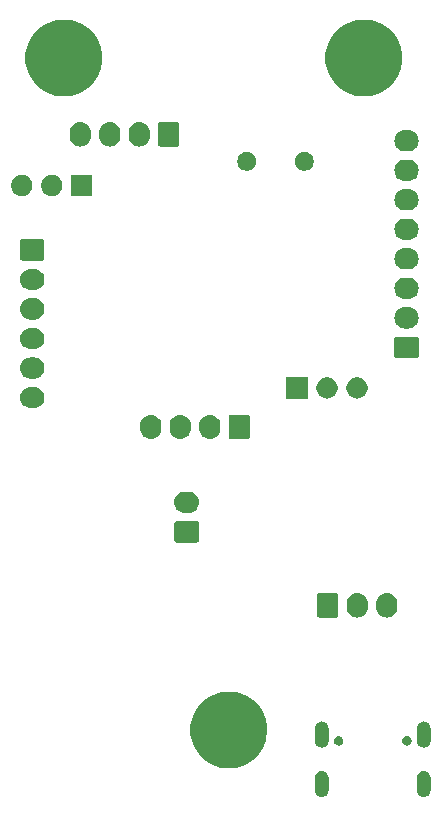
<source format=gbr>
G04 #@! TF.GenerationSoftware,KiCad,Pcbnew,(5.1.6)-1*
G04 #@! TF.CreationDate,2021-04-29T20:29:47-05:00*
G04 #@! TF.ProjectId,EncoderBoard3(1),456e636f-6465-4724-926f-617264332831,v1.0*
G04 #@! TF.SameCoordinates,Original*
G04 #@! TF.FileFunction,Soldermask,Bot*
G04 #@! TF.FilePolarity,Negative*
%FSLAX46Y46*%
G04 Gerber Fmt 4.6, Leading zero omitted, Abs format (unit mm)*
G04 Created by KiCad (PCBNEW (5.1.6)-1) date 2021-04-29 20:29:47*
%MOMM*%
%LPD*%
G01*
G04 APERTURE LIST*
%ADD10C,0.100000*%
G04 APERTURE END LIST*
D10*
G36*
X132063915Y-146405134D02*
G01*
X132172491Y-146438071D01*
X132172494Y-146438072D01*
X132208600Y-146457371D01*
X132272556Y-146491556D01*
X132360264Y-146563536D01*
X132432244Y-146651243D01*
X132466429Y-146715199D01*
X132485728Y-146751305D01*
X132485728Y-146751306D01*
X132485729Y-146751308D01*
X132518666Y-146859884D01*
X132527000Y-146944502D01*
X132527000Y-148051098D01*
X132518666Y-148135716D01*
X132485729Y-148244292D01*
X132485728Y-148244295D01*
X132466429Y-148280401D01*
X132432244Y-148344357D01*
X132360264Y-148432064D01*
X132272557Y-148504044D01*
X132208601Y-148538229D01*
X132172495Y-148557528D01*
X132172492Y-148557529D01*
X132063916Y-148590466D01*
X131951000Y-148601587D01*
X131838085Y-148590466D01*
X131729509Y-148557529D01*
X131729506Y-148557528D01*
X131693400Y-148538229D01*
X131629444Y-148504044D01*
X131541737Y-148432064D01*
X131469757Y-148344357D01*
X131435572Y-148280401D01*
X131416273Y-148244295D01*
X131416272Y-148244292D01*
X131383335Y-148135716D01*
X131375001Y-148051098D01*
X131375000Y-146944503D01*
X131383334Y-146859885D01*
X131416271Y-146751309D01*
X131416272Y-146751306D01*
X131435571Y-146715200D01*
X131469756Y-146651244D01*
X131541736Y-146563536D01*
X131629443Y-146491556D01*
X131693399Y-146457371D01*
X131729505Y-146438072D01*
X131729508Y-146438071D01*
X131838084Y-146405134D01*
X131951000Y-146394013D01*
X132063915Y-146405134D01*
G37*
G36*
X140703915Y-146405134D02*
G01*
X140812491Y-146438071D01*
X140812494Y-146438072D01*
X140848600Y-146457371D01*
X140912556Y-146491556D01*
X141000264Y-146563536D01*
X141072244Y-146651243D01*
X141106429Y-146715199D01*
X141125728Y-146751305D01*
X141125728Y-146751306D01*
X141125729Y-146751308D01*
X141158666Y-146859884D01*
X141167000Y-146944502D01*
X141167000Y-148051098D01*
X141158666Y-148135716D01*
X141125729Y-148244292D01*
X141125728Y-148244295D01*
X141106429Y-148280401D01*
X141072244Y-148344357D01*
X141000264Y-148432064D01*
X140912557Y-148504044D01*
X140848601Y-148538229D01*
X140812495Y-148557528D01*
X140812492Y-148557529D01*
X140703916Y-148590466D01*
X140591000Y-148601587D01*
X140478085Y-148590466D01*
X140369509Y-148557529D01*
X140369506Y-148557528D01*
X140333400Y-148538229D01*
X140269444Y-148504044D01*
X140181737Y-148432064D01*
X140109757Y-148344357D01*
X140075572Y-148280401D01*
X140056273Y-148244295D01*
X140056272Y-148244292D01*
X140023335Y-148135716D01*
X140015001Y-148051098D01*
X140015000Y-146944503D01*
X140023334Y-146859885D01*
X140056271Y-146751309D01*
X140056272Y-146751306D01*
X140075571Y-146715200D01*
X140109756Y-146651244D01*
X140181736Y-146563536D01*
X140269443Y-146491556D01*
X140333399Y-146457371D01*
X140369505Y-146438072D01*
X140369508Y-146438071D01*
X140478084Y-146405134D01*
X140591000Y-146394013D01*
X140703915Y-146405134D01*
G37*
G36*
X124713239Y-139737267D02*
G01*
X125027282Y-139799734D01*
X125618926Y-140044801D01*
X126151392Y-140400584D01*
X126604216Y-140853408D01*
X126959999Y-141385874D01*
X127205066Y-141977518D01*
X127205066Y-141977519D01*
X127330000Y-142605603D01*
X127330000Y-143245997D01*
X127272250Y-143536323D01*
X127205066Y-143874082D01*
X126959999Y-144465726D01*
X126604216Y-144998192D01*
X126151392Y-145451016D01*
X125618926Y-145806799D01*
X125027282Y-146051866D01*
X124713239Y-146114333D01*
X124399197Y-146176800D01*
X123758803Y-146176800D01*
X123444761Y-146114333D01*
X123130718Y-146051866D01*
X122539074Y-145806799D01*
X122006608Y-145451016D01*
X121553784Y-144998192D01*
X121198001Y-144465726D01*
X120952934Y-143874082D01*
X120885750Y-143536323D01*
X120828000Y-143245997D01*
X120828000Y-142605603D01*
X120952934Y-141977519D01*
X120952934Y-141977518D01*
X121198001Y-141385874D01*
X121553784Y-140853408D01*
X122006608Y-140400584D01*
X122539074Y-140044801D01*
X123130718Y-139799734D01*
X123444761Y-139737267D01*
X123758803Y-139674800D01*
X124399197Y-139674800D01*
X124713239Y-139737267D01*
G37*
G36*
X140703915Y-142225134D02*
G01*
X140812491Y-142258071D01*
X140812494Y-142258072D01*
X140848600Y-142277371D01*
X140912556Y-142311556D01*
X141000264Y-142383536D01*
X141072244Y-142471243D01*
X141106429Y-142535199D01*
X141125728Y-142571305D01*
X141125728Y-142571306D01*
X141125729Y-142571308D01*
X141158666Y-142679884D01*
X141167000Y-142764502D01*
X141167000Y-143871098D01*
X141158666Y-143955716D01*
X141133782Y-144037744D01*
X141125728Y-144064295D01*
X141106429Y-144100401D01*
X141072244Y-144164357D01*
X141000264Y-144252064D01*
X140912557Y-144324044D01*
X140848601Y-144358229D01*
X140812495Y-144377528D01*
X140812492Y-144377529D01*
X140703916Y-144410466D01*
X140591000Y-144421587D01*
X140478085Y-144410466D01*
X140369509Y-144377529D01*
X140369506Y-144377528D01*
X140333400Y-144358229D01*
X140269444Y-144324044D01*
X140181737Y-144252064D01*
X140109757Y-144164357D01*
X140075572Y-144100401D01*
X140056273Y-144064295D01*
X140048219Y-144037744D01*
X140023335Y-143955716D01*
X140015001Y-143871098D01*
X140015000Y-142764503D01*
X140023334Y-142679885D01*
X140056271Y-142571309D01*
X140056272Y-142571306D01*
X140075571Y-142535200D01*
X140109756Y-142471244D01*
X140181736Y-142383536D01*
X140269443Y-142311556D01*
X140333399Y-142277371D01*
X140369505Y-142258072D01*
X140369508Y-142258071D01*
X140478084Y-142225134D01*
X140591000Y-142214013D01*
X140703915Y-142225134D01*
G37*
G36*
X132063915Y-142225134D02*
G01*
X132172491Y-142258071D01*
X132172494Y-142258072D01*
X132208600Y-142277371D01*
X132272556Y-142311556D01*
X132360264Y-142383536D01*
X132432244Y-142471243D01*
X132466429Y-142535199D01*
X132485728Y-142571305D01*
X132485728Y-142571306D01*
X132485729Y-142571308D01*
X132518666Y-142679884D01*
X132527000Y-142764502D01*
X132527000Y-143871098D01*
X132518666Y-143955716D01*
X132493782Y-144037744D01*
X132485728Y-144064295D01*
X132466429Y-144100401D01*
X132432244Y-144164357D01*
X132360264Y-144252064D01*
X132272557Y-144324044D01*
X132208601Y-144358229D01*
X132172495Y-144377528D01*
X132172492Y-144377529D01*
X132063916Y-144410466D01*
X131951000Y-144421587D01*
X131838085Y-144410466D01*
X131729509Y-144377529D01*
X131729506Y-144377528D01*
X131693400Y-144358229D01*
X131629444Y-144324044D01*
X131541737Y-144252064D01*
X131469757Y-144164357D01*
X131435572Y-144100401D01*
X131416273Y-144064295D01*
X131408219Y-144037744D01*
X131383335Y-143955716D01*
X131375001Y-143871098D01*
X131375000Y-142764503D01*
X131383334Y-142679885D01*
X131416271Y-142571309D01*
X131416272Y-142571306D01*
X131435571Y-142535200D01*
X131469756Y-142471244D01*
X131541736Y-142383536D01*
X131629443Y-142311556D01*
X131693399Y-142277371D01*
X131729505Y-142258072D01*
X131729508Y-142258071D01*
X131838084Y-142225134D01*
X131951000Y-142214013D01*
X132063915Y-142225134D01*
G37*
G36*
X139239231Y-143454505D02*
G01*
X139277967Y-143462210D01*
X139308195Y-143474731D01*
X139350944Y-143492438D01*
X139416622Y-143536323D01*
X139472477Y-143592178D01*
X139516362Y-143657856D01*
X139546590Y-143730834D01*
X139562000Y-143808304D01*
X139562000Y-143887296D01*
X139546590Y-143964766D01*
X139516362Y-144037744D01*
X139472477Y-144103422D01*
X139416622Y-144159277D01*
X139350944Y-144203162D01*
X139308195Y-144220869D01*
X139277967Y-144233390D01*
X139239231Y-144241095D01*
X139200496Y-144248800D01*
X139121504Y-144248800D01*
X139082769Y-144241095D01*
X139044033Y-144233390D01*
X139013805Y-144220869D01*
X138971056Y-144203162D01*
X138905378Y-144159277D01*
X138849523Y-144103422D01*
X138805638Y-144037744D01*
X138775410Y-143964766D01*
X138760000Y-143887296D01*
X138760000Y-143808304D01*
X138775410Y-143730834D01*
X138805638Y-143657856D01*
X138849523Y-143592178D01*
X138905378Y-143536323D01*
X138971056Y-143492438D01*
X139013805Y-143474731D01*
X139044033Y-143462210D01*
X139082769Y-143454505D01*
X139121504Y-143446800D01*
X139200496Y-143446800D01*
X139239231Y-143454505D01*
G37*
G36*
X133459231Y-143454505D02*
G01*
X133497967Y-143462210D01*
X133528195Y-143474731D01*
X133570944Y-143492438D01*
X133636622Y-143536323D01*
X133692477Y-143592178D01*
X133736362Y-143657856D01*
X133766590Y-143730834D01*
X133782000Y-143808304D01*
X133782000Y-143887296D01*
X133766590Y-143964766D01*
X133736362Y-144037744D01*
X133692477Y-144103422D01*
X133636622Y-144159277D01*
X133570944Y-144203162D01*
X133528195Y-144220869D01*
X133497967Y-144233390D01*
X133459231Y-144241095D01*
X133420496Y-144248800D01*
X133341504Y-144248800D01*
X133302769Y-144241095D01*
X133264033Y-144233390D01*
X133233805Y-144220869D01*
X133191056Y-144203162D01*
X133125378Y-144159277D01*
X133069523Y-144103422D01*
X133025638Y-144037744D01*
X132995410Y-143964766D01*
X132980000Y-143887296D01*
X132980000Y-143808304D01*
X132995410Y-143730834D01*
X133025638Y-143657856D01*
X133069523Y-143592178D01*
X133125378Y-143536323D01*
X133191056Y-143492438D01*
X133233805Y-143474731D01*
X133264033Y-143462210D01*
X133302769Y-143454505D01*
X133341504Y-143446800D01*
X133420496Y-143446800D01*
X133459231Y-143454505D01*
G37*
G36*
X135137626Y-131371837D02*
G01*
X135307465Y-131423357D01*
X135307467Y-131423358D01*
X135463989Y-131507021D01*
X135601186Y-131619614D01*
X135684448Y-131721071D01*
X135713778Y-131756809D01*
X135797443Y-131913334D01*
X135848963Y-132083173D01*
X135862000Y-132215542D01*
X135862000Y-132554057D01*
X135848963Y-132686426D01*
X135797443Y-132856266D01*
X135713778Y-133012791D01*
X135684448Y-133048529D01*
X135601186Y-133149986D01*
X135506250Y-133227897D01*
X135463991Y-133262578D01*
X135307466Y-133346243D01*
X135137627Y-133397763D01*
X134961000Y-133415159D01*
X134784374Y-133397763D01*
X134614535Y-133346243D01*
X134458010Y-133262578D01*
X134320815Y-133149985D01*
X134208222Y-133012791D01*
X134124557Y-132856266D01*
X134073037Y-132686427D01*
X134060000Y-132554058D01*
X134060000Y-132215543D01*
X134073037Y-132083174D01*
X134124557Y-131913335D01*
X134208222Y-131756810D01*
X134208223Y-131756809D01*
X134320814Y-131619614D01*
X134422271Y-131536352D01*
X134458009Y-131507022D01*
X134614534Y-131423357D01*
X134784373Y-131371837D01*
X134961000Y-131354441D01*
X135137626Y-131371837D01*
G37*
G36*
X137637626Y-131371837D02*
G01*
X137807465Y-131423357D01*
X137807467Y-131423358D01*
X137963989Y-131507021D01*
X138101186Y-131619614D01*
X138184448Y-131721071D01*
X138213778Y-131756809D01*
X138297443Y-131913334D01*
X138348963Y-132083173D01*
X138362000Y-132215542D01*
X138362000Y-132554057D01*
X138348963Y-132686426D01*
X138297443Y-132856266D01*
X138213778Y-133012791D01*
X138184448Y-133048529D01*
X138101186Y-133149986D01*
X138006250Y-133227897D01*
X137963991Y-133262578D01*
X137807466Y-133346243D01*
X137637627Y-133397763D01*
X137461000Y-133415159D01*
X137284374Y-133397763D01*
X137114535Y-133346243D01*
X136958010Y-133262578D01*
X136820815Y-133149985D01*
X136708222Y-133012791D01*
X136624557Y-132856266D01*
X136573037Y-132686427D01*
X136560000Y-132554058D01*
X136560000Y-132215543D01*
X136573037Y-132083174D01*
X136624557Y-131913335D01*
X136708222Y-131756810D01*
X136708223Y-131756809D01*
X136820814Y-131619614D01*
X136922271Y-131536352D01*
X136958009Y-131507022D01*
X137114534Y-131423357D01*
X137284373Y-131371837D01*
X137461000Y-131354441D01*
X137637626Y-131371837D01*
G37*
G36*
X133219600Y-131362789D02*
G01*
X133252652Y-131372815D01*
X133283103Y-131389092D01*
X133309799Y-131411001D01*
X133331708Y-131437697D01*
X133347985Y-131468148D01*
X133358011Y-131501200D01*
X133362000Y-131541703D01*
X133362000Y-133227897D01*
X133358011Y-133268400D01*
X133347985Y-133301452D01*
X133331708Y-133331903D01*
X133309799Y-133358599D01*
X133283103Y-133380508D01*
X133252652Y-133396785D01*
X133219600Y-133406811D01*
X133179097Y-133410800D01*
X131742903Y-133410800D01*
X131702400Y-133406811D01*
X131669348Y-133396785D01*
X131638897Y-133380508D01*
X131612201Y-133358599D01*
X131590292Y-133331903D01*
X131574015Y-133301452D01*
X131563989Y-133268400D01*
X131560000Y-133227897D01*
X131560000Y-131541703D01*
X131563989Y-131501200D01*
X131574015Y-131468148D01*
X131590292Y-131437697D01*
X131612201Y-131411001D01*
X131638897Y-131389092D01*
X131669348Y-131372815D01*
X131702400Y-131362789D01*
X131742903Y-131358800D01*
X133179097Y-131358800D01*
X133219600Y-131362789D01*
G37*
G36*
X121431600Y-125264789D02*
G01*
X121464652Y-125274815D01*
X121495103Y-125291092D01*
X121521799Y-125313001D01*
X121543708Y-125339697D01*
X121559985Y-125370148D01*
X121570011Y-125403200D01*
X121574000Y-125443703D01*
X121574000Y-126879897D01*
X121570011Y-126920400D01*
X121559985Y-126953452D01*
X121543708Y-126983903D01*
X121521799Y-127010599D01*
X121495103Y-127032508D01*
X121464652Y-127048785D01*
X121431600Y-127058811D01*
X121391097Y-127062800D01*
X119654903Y-127062800D01*
X119614400Y-127058811D01*
X119581348Y-127048785D01*
X119550897Y-127032508D01*
X119524201Y-127010599D01*
X119502292Y-126983903D01*
X119486015Y-126953452D01*
X119475989Y-126920400D01*
X119472000Y-126879897D01*
X119472000Y-125443703D01*
X119475989Y-125403200D01*
X119486015Y-125370148D01*
X119502292Y-125339697D01*
X119524201Y-125313001D01*
X119550897Y-125291092D01*
X119581348Y-125274815D01*
X119614400Y-125264789D01*
X119654903Y-125260800D01*
X121391097Y-125260800D01*
X121431600Y-125264789D01*
G37*
G36*
X120783443Y-122767319D02*
G01*
X120849627Y-122773837D01*
X121019466Y-122825357D01*
X121175991Y-122909022D01*
X121211729Y-122938352D01*
X121313186Y-123021614D01*
X121396448Y-123123071D01*
X121425778Y-123158809D01*
X121509443Y-123315334D01*
X121560963Y-123485173D01*
X121578359Y-123661800D01*
X121560963Y-123838427D01*
X121509443Y-124008266D01*
X121425778Y-124164791D01*
X121396448Y-124200529D01*
X121313186Y-124301986D01*
X121211729Y-124385248D01*
X121175991Y-124414578D01*
X121019466Y-124498243D01*
X120849627Y-124549763D01*
X120783442Y-124556282D01*
X120717260Y-124562800D01*
X120328740Y-124562800D01*
X120262558Y-124556282D01*
X120196373Y-124549763D01*
X120026534Y-124498243D01*
X119870009Y-124414578D01*
X119834271Y-124385248D01*
X119732814Y-124301986D01*
X119649552Y-124200529D01*
X119620222Y-124164791D01*
X119536557Y-124008266D01*
X119485037Y-123838427D01*
X119467641Y-123661800D01*
X119485037Y-123485173D01*
X119536557Y-123315334D01*
X119620222Y-123158809D01*
X119649552Y-123123071D01*
X119732814Y-123021614D01*
X119834271Y-122938352D01*
X119870009Y-122909022D01*
X120026534Y-122825357D01*
X120196373Y-122773837D01*
X120262557Y-122767319D01*
X120328740Y-122760800D01*
X120717260Y-122760800D01*
X120783443Y-122767319D01*
G37*
G36*
X120144627Y-116258837D02*
G01*
X120314466Y-116310357D01*
X120470991Y-116394022D01*
X120506729Y-116423352D01*
X120608186Y-116506614D01*
X120691448Y-116608071D01*
X120720778Y-116643809D01*
X120804443Y-116800334D01*
X120855963Y-116970174D01*
X120869000Y-117102543D01*
X120869000Y-117441058D01*
X120855963Y-117573427D01*
X120804443Y-117743266D01*
X120720778Y-117899791D01*
X120691448Y-117935529D01*
X120608186Y-118036986D01*
X120470989Y-118149579D01*
X120314467Y-118233242D01*
X120314465Y-118233243D01*
X120144626Y-118284763D01*
X119968000Y-118302159D01*
X119791373Y-118284763D01*
X119621534Y-118233243D01*
X119465009Y-118149578D01*
X119422750Y-118114897D01*
X119327814Y-118036986D01*
X119215221Y-117899789D01*
X119131558Y-117743267D01*
X119131557Y-117743265D01*
X119080037Y-117573426D01*
X119067000Y-117441057D01*
X119067000Y-117102542D01*
X119080037Y-116970173D01*
X119131557Y-116800334D01*
X119215222Y-116643809D01*
X119327815Y-116506615D01*
X119465010Y-116394022D01*
X119621535Y-116310357D01*
X119791374Y-116258837D01*
X119968000Y-116241441D01*
X120144627Y-116258837D01*
G37*
G36*
X122644627Y-116258837D02*
G01*
X122814466Y-116310357D01*
X122970991Y-116394022D01*
X123006729Y-116423352D01*
X123108186Y-116506614D01*
X123191448Y-116608071D01*
X123220778Y-116643809D01*
X123304443Y-116800334D01*
X123355963Y-116970174D01*
X123369000Y-117102543D01*
X123369000Y-117441058D01*
X123355963Y-117573427D01*
X123304443Y-117743266D01*
X123220778Y-117899791D01*
X123191448Y-117935529D01*
X123108186Y-118036986D01*
X122970989Y-118149579D01*
X122814467Y-118233242D01*
X122814465Y-118233243D01*
X122644626Y-118284763D01*
X122468000Y-118302159D01*
X122291373Y-118284763D01*
X122121534Y-118233243D01*
X121965009Y-118149578D01*
X121922750Y-118114897D01*
X121827814Y-118036986D01*
X121715221Y-117899789D01*
X121631558Y-117743267D01*
X121631557Y-117743265D01*
X121580037Y-117573426D01*
X121567000Y-117441057D01*
X121567000Y-117102542D01*
X121580037Y-116970173D01*
X121631557Y-116800334D01*
X121715222Y-116643809D01*
X121827815Y-116506615D01*
X121965010Y-116394022D01*
X122121535Y-116310357D01*
X122291374Y-116258837D01*
X122468000Y-116241441D01*
X122644627Y-116258837D01*
G37*
G36*
X117644627Y-116258837D02*
G01*
X117814466Y-116310357D01*
X117970991Y-116394022D01*
X118006729Y-116423352D01*
X118108186Y-116506614D01*
X118191448Y-116608071D01*
X118220778Y-116643809D01*
X118304443Y-116800334D01*
X118355963Y-116970174D01*
X118369000Y-117102543D01*
X118369000Y-117441058D01*
X118355963Y-117573427D01*
X118304443Y-117743266D01*
X118220778Y-117899791D01*
X118191448Y-117935529D01*
X118108186Y-118036986D01*
X117970989Y-118149579D01*
X117814467Y-118233242D01*
X117814465Y-118233243D01*
X117644626Y-118284763D01*
X117468000Y-118302159D01*
X117291373Y-118284763D01*
X117121534Y-118233243D01*
X116965009Y-118149578D01*
X116922750Y-118114897D01*
X116827814Y-118036986D01*
X116715221Y-117899789D01*
X116631558Y-117743267D01*
X116631557Y-117743265D01*
X116580037Y-117573426D01*
X116567000Y-117441057D01*
X116567000Y-117102542D01*
X116580037Y-116970173D01*
X116631557Y-116800334D01*
X116715222Y-116643809D01*
X116827815Y-116506615D01*
X116965010Y-116394022D01*
X117121535Y-116310357D01*
X117291374Y-116258837D01*
X117468000Y-116241441D01*
X117644627Y-116258837D01*
G37*
G36*
X125726600Y-116249789D02*
G01*
X125759652Y-116259815D01*
X125790103Y-116276092D01*
X125816799Y-116298001D01*
X125838708Y-116324697D01*
X125854985Y-116355148D01*
X125865011Y-116388200D01*
X125869000Y-116428703D01*
X125869000Y-118114897D01*
X125865011Y-118155400D01*
X125854985Y-118188452D01*
X125838708Y-118218903D01*
X125816799Y-118245599D01*
X125790103Y-118267508D01*
X125759652Y-118283785D01*
X125726600Y-118293811D01*
X125686097Y-118297800D01*
X124249903Y-118297800D01*
X124209400Y-118293811D01*
X124176348Y-118283785D01*
X124145897Y-118267508D01*
X124119201Y-118245599D01*
X124097292Y-118218903D01*
X124081015Y-118188452D01*
X124070989Y-118155400D01*
X124067000Y-118114897D01*
X124067000Y-116428703D01*
X124070989Y-116388200D01*
X124081015Y-116355148D01*
X124097292Y-116324697D01*
X124119201Y-116298001D01*
X124145897Y-116276092D01*
X124176348Y-116259815D01*
X124209400Y-116249789D01*
X124249903Y-116245800D01*
X125686097Y-116245800D01*
X125726600Y-116249789D01*
G37*
G36*
X107677442Y-113891318D02*
G01*
X107743627Y-113897837D01*
X107913466Y-113949357D01*
X108069991Y-114033022D01*
X108101086Y-114058541D01*
X108207186Y-114145614D01*
X108278582Y-114232612D01*
X108319778Y-114282809D01*
X108319779Y-114282811D01*
X108380593Y-114396584D01*
X108403443Y-114439334D01*
X108454963Y-114609173D01*
X108472359Y-114785800D01*
X108454963Y-114962427D01*
X108403443Y-115132266D01*
X108319778Y-115288791D01*
X108290448Y-115324529D01*
X108207186Y-115425986D01*
X108105729Y-115509248D01*
X108069991Y-115538578D01*
X107913466Y-115622243D01*
X107743627Y-115673763D01*
X107677442Y-115680282D01*
X107611260Y-115686800D01*
X107272740Y-115686800D01*
X107206558Y-115680282D01*
X107140373Y-115673763D01*
X106970534Y-115622243D01*
X106814009Y-115538578D01*
X106778271Y-115509248D01*
X106676814Y-115425986D01*
X106593552Y-115324529D01*
X106564222Y-115288791D01*
X106480557Y-115132266D01*
X106429037Y-114962427D01*
X106411641Y-114785800D01*
X106429037Y-114609173D01*
X106480557Y-114439334D01*
X106503408Y-114396584D01*
X106564221Y-114282811D01*
X106564222Y-114282809D01*
X106605418Y-114232612D01*
X106676814Y-114145614D01*
X106782914Y-114058541D01*
X106814009Y-114033022D01*
X106970534Y-113949357D01*
X107140373Y-113897837D01*
X107206558Y-113891318D01*
X107272740Y-113884800D01*
X107611260Y-113884800D01*
X107677442Y-113891318D01*
G37*
G36*
X130758500Y-114870800D02*
G01*
X128956500Y-114870800D01*
X128956500Y-113068800D01*
X130758500Y-113068800D01*
X130758500Y-114870800D01*
G37*
G36*
X135051012Y-113073727D02*
G01*
X135200312Y-113103424D01*
X135364284Y-113171344D01*
X135511854Y-113269947D01*
X135637353Y-113395446D01*
X135735956Y-113543016D01*
X135803876Y-113706988D01*
X135838500Y-113881059D01*
X135838500Y-114058541D01*
X135803876Y-114232612D01*
X135735956Y-114396584D01*
X135637353Y-114544154D01*
X135511854Y-114669653D01*
X135364284Y-114768256D01*
X135200312Y-114836176D01*
X135051012Y-114865873D01*
X135026242Y-114870800D01*
X134848758Y-114870800D01*
X134823988Y-114865873D01*
X134674688Y-114836176D01*
X134510716Y-114768256D01*
X134363146Y-114669653D01*
X134237647Y-114544154D01*
X134139044Y-114396584D01*
X134071124Y-114232612D01*
X134036500Y-114058541D01*
X134036500Y-113881059D01*
X134071124Y-113706988D01*
X134139044Y-113543016D01*
X134237647Y-113395446D01*
X134363146Y-113269947D01*
X134510716Y-113171344D01*
X134674688Y-113103424D01*
X134823988Y-113073727D01*
X134848758Y-113068800D01*
X135026242Y-113068800D01*
X135051012Y-113073727D01*
G37*
G36*
X132511012Y-113073727D02*
G01*
X132660312Y-113103424D01*
X132824284Y-113171344D01*
X132971854Y-113269947D01*
X133097353Y-113395446D01*
X133195956Y-113543016D01*
X133263876Y-113706988D01*
X133298500Y-113881059D01*
X133298500Y-114058541D01*
X133263876Y-114232612D01*
X133195956Y-114396584D01*
X133097353Y-114544154D01*
X132971854Y-114669653D01*
X132824284Y-114768256D01*
X132660312Y-114836176D01*
X132511012Y-114865873D01*
X132486242Y-114870800D01*
X132308758Y-114870800D01*
X132283988Y-114865873D01*
X132134688Y-114836176D01*
X131970716Y-114768256D01*
X131823146Y-114669653D01*
X131697647Y-114544154D01*
X131599044Y-114396584D01*
X131531124Y-114232612D01*
X131496500Y-114058541D01*
X131496500Y-113881059D01*
X131531124Y-113706988D01*
X131599044Y-113543016D01*
X131697647Y-113395446D01*
X131823146Y-113269947D01*
X131970716Y-113171344D01*
X132134688Y-113103424D01*
X132283988Y-113073727D01*
X132308758Y-113068800D01*
X132486242Y-113068800D01*
X132511012Y-113073727D01*
G37*
G36*
X107659984Y-111389599D02*
G01*
X107743627Y-111397837D01*
X107913466Y-111449357D01*
X108069991Y-111533022D01*
X108105729Y-111562352D01*
X108207186Y-111645614D01*
X108290448Y-111747071D01*
X108319778Y-111782809D01*
X108403443Y-111939334D01*
X108454963Y-112109173D01*
X108472359Y-112285800D01*
X108454963Y-112462427D01*
X108403443Y-112632266D01*
X108319778Y-112788791D01*
X108290448Y-112824529D01*
X108207186Y-112925986D01*
X108105729Y-113009248D01*
X108069991Y-113038578D01*
X107913466Y-113122243D01*
X107743627Y-113173763D01*
X107677442Y-113180282D01*
X107611260Y-113186800D01*
X107272740Y-113186800D01*
X107206558Y-113180282D01*
X107140373Y-113173763D01*
X106970534Y-113122243D01*
X106814009Y-113038578D01*
X106778271Y-113009248D01*
X106676814Y-112925986D01*
X106593552Y-112824529D01*
X106564222Y-112788791D01*
X106480557Y-112632266D01*
X106429037Y-112462427D01*
X106411641Y-112285800D01*
X106429037Y-112109173D01*
X106480557Y-111939334D01*
X106564222Y-111782809D01*
X106593552Y-111747071D01*
X106676814Y-111645614D01*
X106778271Y-111562352D01*
X106814009Y-111533022D01*
X106970534Y-111449357D01*
X107140373Y-111397837D01*
X107224016Y-111389599D01*
X107272740Y-111384800D01*
X107611260Y-111384800D01*
X107659984Y-111389599D01*
G37*
G36*
X140012100Y-109643789D02*
G01*
X140045152Y-109653815D01*
X140075603Y-109670092D01*
X140102299Y-109692001D01*
X140124208Y-109718697D01*
X140140485Y-109749148D01*
X140150511Y-109782200D01*
X140154500Y-109822703D01*
X140154500Y-111258897D01*
X140150511Y-111299400D01*
X140140485Y-111332452D01*
X140124208Y-111362903D01*
X140102299Y-111389599D01*
X140075603Y-111411508D01*
X140045152Y-111427785D01*
X140012100Y-111437811D01*
X139971597Y-111441800D01*
X138285403Y-111441800D01*
X138244900Y-111437811D01*
X138211848Y-111427785D01*
X138181397Y-111411508D01*
X138154701Y-111389599D01*
X138132792Y-111362903D01*
X138116515Y-111332452D01*
X138106489Y-111299400D01*
X138102500Y-111258897D01*
X138102500Y-109822703D01*
X138106489Y-109782200D01*
X138116515Y-109749148D01*
X138132792Y-109718697D01*
X138154701Y-109692001D01*
X138181397Y-109670092D01*
X138211848Y-109653815D01*
X138244900Y-109643789D01*
X138285403Y-109639800D01*
X139971597Y-109639800D01*
X140012100Y-109643789D01*
G37*
G36*
X107677443Y-108891319D02*
G01*
X107743627Y-108897837D01*
X107913466Y-108949357D01*
X108069991Y-109033022D01*
X108105729Y-109062352D01*
X108207186Y-109145614D01*
X108290448Y-109247071D01*
X108319778Y-109282809D01*
X108403443Y-109439334D01*
X108454963Y-109609173D01*
X108472359Y-109785800D01*
X108454963Y-109962427D01*
X108403443Y-110132266D01*
X108319778Y-110288791D01*
X108290448Y-110324529D01*
X108207186Y-110425986D01*
X108105729Y-110509248D01*
X108069991Y-110538578D01*
X107913466Y-110622243D01*
X107743627Y-110673763D01*
X107677442Y-110680282D01*
X107611260Y-110686800D01*
X107272740Y-110686800D01*
X107206558Y-110680282D01*
X107140373Y-110673763D01*
X106970534Y-110622243D01*
X106814009Y-110538578D01*
X106778271Y-110509248D01*
X106676814Y-110425986D01*
X106593552Y-110324529D01*
X106564222Y-110288791D01*
X106480557Y-110132266D01*
X106429037Y-109962427D01*
X106411641Y-109785800D01*
X106429037Y-109609173D01*
X106480557Y-109439334D01*
X106564222Y-109282809D01*
X106593552Y-109247071D01*
X106676814Y-109145614D01*
X106778271Y-109062352D01*
X106814009Y-109033022D01*
X106970534Y-108949357D01*
X107140373Y-108897837D01*
X107206557Y-108891319D01*
X107272740Y-108884800D01*
X107611260Y-108884800D01*
X107677443Y-108891319D01*
G37*
G36*
X139363943Y-107146319D02*
G01*
X139430127Y-107152837D01*
X139599966Y-107204357D01*
X139756491Y-107288022D01*
X139792229Y-107317352D01*
X139893686Y-107400614D01*
X139976948Y-107502071D01*
X140006278Y-107537809D01*
X140089943Y-107694334D01*
X140141463Y-107864173D01*
X140158859Y-108040800D01*
X140141463Y-108217427D01*
X140089943Y-108387266D01*
X140006278Y-108543791D01*
X139976948Y-108579529D01*
X139893686Y-108680986D01*
X139792229Y-108764248D01*
X139756491Y-108793578D01*
X139599966Y-108877243D01*
X139430127Y-108928763D01*
X139363943Y-108935281D01*
X139297760Y-108941800D01*
X138959240Y-108941800D01*
X138893057Y-108935281D01*
X138826873Y-108928763D01*
X138657034Y-108877243D01*
X138500509Y-108793578D01*
X138464771Y-108764248D01*
X138363314Y-108680986D01*
X138280052Y-108579529D01*
X138250722Y-108543791D01*
X138167057Y-108387266D01*
X138115537Y-108217427D01*
X138098141Y-108040800D01*
X138115537Y-107864173D01*
X138167057Y-107694334D01*
X138250722Y-107537809D01*
X138280052Y-107502071D01*
X138363314Y-107400614D01*
X138464771Y-107317352D01*
X138500509Y-107288022D01*
X138657034Y-107204357D01*
X138826873Y-107152837D01*
X138893057Y-107146319D01*
X138959240Y-107139800D01*
X139297760Y-107139800D01*
X139363943Y-107146319D01*
G37*
G36*
X107677442Y-106391318D02*
G01*
X107743627Y-106397837D01*
X107913466Y-106449357D01*
X108069991Y-106533022D01*
X108105729Y-106562352D01*
X108207186Y-106645614D01*
X108290448Y-106747071D01*
X108319778Y-106782809D01*
X108403443Y-106939334D01*
X108454963Y-107109173D01*
X108472359Y-107285800D01*
X108454963Y-107462427D01*
X108403443Y-107632266D01*
X108319778Y-107788791D01*
X108290448Y-107824529D01*
X108207186Y-107925986D01*
X108105729Y-108009248D01*
X108069991Y-108038578D01*
X107913466Y-108122243D01*
X107743627Y-108173763D01*
X107677442Y-108180282D01*
X107611260Y-108186800D01*
X107272740Y-108186800D01*
X107206558Y-108180282D01*
X107140373Y-108173763D01*
X106970534Y-108122243D01*
X106814009Y-108038578D01*
X106778271Y-108009248D01*
X106676814Y-107925986D01*
X106593552Y-107824529D01*
X106564222Y-107788791D01*
X106480557Y-107632266D01*
X106429037Y-107462427D01*
X106411641Y-107285800D01*
X106429037Y-107109173D01*
X106480557Y-106939334D01*
X106564222Y-106782809D01*
X106593552Y-106747071D01*
X106676814Y-106645614D01*
X106778271Y-106562352D01*
X106814009Y-106533022D01*
X106970534Y-106449357D01*
X107140373Y-106397837D01*
X107206558Y-106391318D01*
X107272740Y-106384800D01*
X107611260Y-106384800D01*
X107677442Y-106391318D01*
G37*
G36*
X139363943Y-104646319D02*
G01*
X139430127Y-104652837D01*
X139599966Y-104704357D01*
X139756491Y-104788022D01*
X139792229Y-104817352D01*
X139893686Y-104900614D01*
X139976948Y-105002071D01*
X140006278Y-105037809D01*
X140089943Y-105194334D01*
X140141463Y-105364173D01*
X140158859Y-105540800D01*
X140141463Y-105717427D01*
X140089943Y-105887266D01*
X140006278Y-106043791D01*
X139976948Y-106079529D01*
X139893686Y-106180986D01*
X139792229Y-106264248D01*
X139756491Y-106293578D01*
X139599966Y-106377243D01*
X139430127Y-106428763D01*
X139363943Y-106435281D01*
X139297760Y-106441800D01*
X138959240Y-106441800D01*
X138893057Y-106435281D01*
X138826873Y-106428763D01*
X138657034Y-106377243D01*
X138500509Y-106293578D01*
X138464771Y-106264248D01*
X138363314Y-106180986D01*
X138280052Y-106079529D01*
X138250722Y-106043791D01*
X138167057Y-105887266D01*
X138115537Y-105717427D01*
X138098141Y-105540800D01*
X138115537Y-105364173D01*
X138167057Y-105194334D01*
X138250722Y-105037809D01*
X138280052Y-105002071D01*
X138363314Y-104900614D01*
X138464771Y-104817352D01*
X138500509Y-104788022D01*
X138657034Y-104704357D01*
X138826873Y-104652837D01*
X138893058Y-104646318D01*
X138959240Y-104639800D01*
X139297760Y-104639800D01*
X139363943Y-104646319D01*
G37*
G36*
X107677443Y-103891319D02*
G01*
X107743627Y-103897837D01*
X107913466Y-103949357D01*
X108069991Y-104033022D01*
X108105729Y-104062352D01*
X108207186Y-104145614D01*
X108290448Y-104247071D01*
X108319778Y-104282809D01*
X108403443Y-104439334D01*
X108454963Y-104609173D01*
X108472359Y-104785800D01*
X108454963Y-104962427D01*
X108403443Y-105132266D01*
X108319778Y-105288791D01*
X108290448Y-105324529D01*
X108207186Y-105425986D01*
X108105729Y-105509248D01*
X108069991Y-105538578D01*
X107913466Y-105622243D01*
X107743627Y-105673763D01*
X107677443Y-105680281D01*
X107611260Y-105686800D01*
X107272740Y-105686800D01*
X107206557Y-105680281D01*
X107140373Y-105673763D01*
X106970534Y-105622243D01*
X106814009Y-105538578D01*
X106778271Y-105509248D01*
X106676814Y-105425986D01*
X106593552Y-105324529D01*
X106564222Y-105288791D01*
X106480557Y-105132266D01*
X106429037Y-104962427D01*
X106411641Y-104785800D01*
X106429037Y-104609173D01*
X106480557Y-104439334D01*
X106564222Y-104282809D01*
X106593552Y-104247071D01*
X106676814Y-104145614D01*
X106778271Y-104062352D01*
X106814009Y-104033022D01*
X106970534Y-103949357D01*
X107140373Y-103897837D01*
X107206557Y-103891319D01*
X107272740Y-103884800D01*
X107611260Y-103884800D01*
X107677443Y-103891319D01*
G37*
G36*
X139363942Y-102146318D02*
G01*
X139430127Y-102152837D01*
X139599966Y-102204357D01*
X139756491Y-102288022D01*
X139792229Y-102317352D01*
X139893686Y-102400614D01*
X139976948Y-102502071D01*
X140006278Y-102537809D01*
X140089943Y-102694334D01*
X140141463Y-102864173D01*
X140158859Y-103040800D01*
X140141463Y-103217427D01*
X140089943Y-103387266D01*
X140006278Y-103543791D01*
X139976948Y-103579529D01*
X139893686Y-103680986D01*
X139792229Y-103764248D01*
X139756491Y-103793578D01*
X139599966Y-103877243D01*
X139430127Y-103928763D01*
X139363943Y-103935281D01*
X139297760Y-103941800D01*
X138959240Y-103941800D01*
X138893057Y-103935281D01*
X138826873Y-103928763D01*
X138657034Y-103877243D01*
X138500509Y-103793578D01*
X138464771Y-103764248D01*
X138363314Y-103680986D01*
X138280052Y-103579529D01*
X138250722Y-103543791D01*
X138167057Y-103387266D01*
X138115537Y-103217427D01*
X138098141Y-103040800D01*
X138115537Y-102864173D01*
X138167057Y-102694334D01*
X138250722Y-102537809D01*
X138280052Y-102502071D01*
X138363314Y-102400614D01*
X138464771Y-102317352D01*
X138500509Y-102288022D01*
X138657034Y-102204357D01*
X138826873Y-102152837D01*
X138893058Y-102146318D01*
X138959240Y-102139800D01*
X139297760Y-102139800D01*
X139363942Y-102146318D01*
G37*
G36*
X108325600Y-101388789D02*
G01*
X108358652Y-101398815D01*
X108389103Y-101415092D01*
X108415799Y-101437001D01*
X108437708Y-101463697D01*
X108453985Y-101494148D01*
X108464011Y-101527200D01*
X108468000Y-101567703D01*
X108468000Y-103003897D01*
X108464011Y-103044400D01*
X108453985Y-103077452D01*
X108437708Y-103107903D01*
X108415799Y-103134599D01*
X108389103Y-103156508D01*
X108358652Y-103172785D01*
X108325600Y-103182811D01*
X108285097Y-103186800D01*
X106598903Y-103186800D01*
X106558400Y-103182811D01*
X106525348Y-103172785D01*
X106494897Y-103156508D01*
X106468201Y-103134599D01*
X106446292Y-103107903D01*
X106430015Y-103077452D01*
X106419989Y-103044400D01*
X106416000Y-103003897D01*
X106416000Y-101567703D01*
X106419989Y-101527200D01*
X106430015Y-101494148D01*
X106446292Y-101463697D01*
X106468201Y-101437001D01*
X106494897Y-101415092D01*
X106525348Y-101398815D01*
X106558400Y-101388789D01*
X106598903Y-101384800D01*
X108285097Y-101384800D01*
X108325600Y-101388789D01*
G37*
G36*
X139363942Y-99646318D02*
G01*
X139430127Y-99652837D01*
X139599966Y-99704357D01*
X139756491Y-99788022D01*
X139792229Y-99817352D01*
X139893686Y-99900614D01*
X139976948Y-100002071D01*
X140006278Y-100037809D01*
X140089943Y-100194334D01*
X140141463Y-100364173D01*
X140158859Y-100540800D01*
X140141463Y-100717427D01*
X140089943Y-100887266D01*
X140006278Y-101043791D01*
X139976948Y-101079529D01*
X139893686Y-101180986D01*
X139792229Y-101264248D01*
X139756491Y-101293578D01*
X139599966Y-101377243D01*
X139430127Y-101428763D01*
X139363943Y-101435281D01*
X139297760Y-101441800D01*
X138959240Y-101441800D01*
X138893058Y-101435282D01*
X138826873Y-101428763D01*
X138657034Y-101377243D01*
X138500509Y-101293578D01*
X138464771Y-101264248D01*
X138363314Y-101180986D01*
X138280052Y-101079529D01*
X138250722Y-101043791D01*
X138167057Y-100887266D01*
X138115537Y-100717427D01*
X138098141Y-100540800D01*
X138115537Y-100364173D01*
X138167057Y-100194334D01*
X138250722Y-100037809D01*
X138280052Y-100002071D01*
X138363314Y-99900614D01*
X138464771Y-99817352D01*
X138500509Y-99788022D01*
X138657034Y-99704357D01*
X138826873Y-99652837D01*
X138893057Y-99646319D01*
X138959240Y-99639800D01*
X139297760Y-99639800D01*
X139363942Y-99646318D01*
G37*
G36*
X139363942Y-97146318D02*
G01*
X139430127Y-97152837D01*
X139599966Y-97204357D01*
X139756491Y-97288022D01*
X139792229Y-97317352D01*
X139893686Y-97400614D01*
X139976948Y-97502071D01*
X140006278Y-97537809D01*
X140006279Y-97537811D01*
X140088255Y-97691175D01*
X140089943Y-97694334D01*
X140141463Y-97864173D01*
X140158859Y-98040800D01*
X140141463Y-98217427D01*
X140089943Y-98387266D01*
X140006278Y-98543791D01*
X139976948Y-98579529D01*
X139893686Y-98680986D01*
X139792229Y-98764248D01*
X139756491Y-98793578D01*
X139599966Y-98877243D01*
X139430127Y-98928763D01*
X139363943Y-98935281D01*
X139297760Y-98941800D01*
X138959240Y-98941800D01*
X138893057Y-98935281D01*
X138826873Y-98928763D01*
X138657034Y-98877243D01*
X138500509Y-98793578D01*
X138464771Y-98764248D01*
X138363314Y-98680986D01*
X138280052Y-98579529D01*
X138250722Y-98543791D01*
X138167057Y-98387266D01*
X138115537Y-98217427D01*
X138098141Y-98040800D01*
X138115537Y-97864173D01*
X138167057Y-97694334D01*
X138168746Y-97691175D01*
X138250721Y-97537811D01*
X138250722Y-97537809D01*
X138280052Y-97502071D01*
X138363314Y-97400614D01*
X138464771Y-97317352D01*
X138500509Y-97288022D01*
X138657034Y-97204357D01*
X138826873Y-97152837D01*
X138893057Y-97146319D01*
X138959240Y-97139800D01*
X139297760Y-97139800D01*
X139363942Y-97146318D01*
G37*
G36*
X109206512Y-95928727D02*
G01*
X109355812Y-95958424D01*
X109519784Y-96026344D01*
X109667354Y-96124947D01*
X109792853Y-96250446D01*
X109891456Y-96398016D01*
X109959376Y-96561988D01*
X109994000Y-96736059D01*
X109994000Y-96913541D01*
X109959376Y-97087612D01*
X109891456Y-97251584D01*
X109792853Y-97399154D01*
X109667354Y-97524653D01*
X109519784Y-97623256D01*
X109355812Y-97691176D01*
X109206512Y-97720873D01*
X109181742Y-97725800D01*
X109004258Y-97725800D01*
X108979488Y-97720873D01*
X108830188Y-97691176D01*
X108666216Y-97623256D01*
X108518646Y-97524653D01*
X108393147Y-97399154D01*
X108294544Y-97251584D01*
X108226624Y-97087612D01*
X108192000Y-96913541D01*
X108192000Y-96736059D01*
X108226624Y-96561988D01*
X108294544Y-96398016D01*
X108393147Y-96250446D01*
X108518646Y-96124947D01*
X108666216Y-96026344D01*
X108830188Y-95958424D01*
X108979488Y-95928727D01*
X109004258Y-95923800D01*
X109181742Y-95923800D01*
X109206512Y-95928727D01*
G37*
G36*
X112534000Y-97725800D02*
G01*
X110732000Y-97725800D01*
X110732000Y-95923800D01*
X112534000Y-95923800D01*
X112534000Y-97725800D01*
G37*
G36*
X106666512Y-95928727D02*
G01*
X106815812Y-95958424D01*
X106979784Y-96026344D01*
X107127354Y-96124947D01*
X107252853Y-96250446D01*
X107351456Y-96398016D01*
X107419376Y-96561988D01*
X107454000Y-96736059D01*
X107454000Y-96913541D01*
X107419376Y-97087612D01*
X107351456Y-97251584D01*
X107252853Y-97399154D01*
X107127354Y-97524653D01*
X106979784Y-97623256D01*
X106815812Y-97691176D01*
X106666512Y-97720873D01*
X106641742Y-97725800D01*
X106464258Y-97725800D01*
X106439488Y-97720873D01*
X106290188Y-97691176D01*
X106126216Y-97623256D01*
X105978646Y-97524653D01*
X105853147Y-97399154D01*
X105754544Y-97251584D01*
X105686624Y-97087612D01*
X105652000Y-96913541D01*
X105652000Y-96736059D01*
X105686624Y-96561988D01*
X105754544Y-96398016D01*
X105853147Y-96250446D01*
X105978646Y-96124947D01*
X106126216Y-96026344D01*
X106290188Y-95958424D01*
X106439488Y-95928727D01*
X106464258Y-95923800D01*
X106641742Y-95923800D01*
X106666512Y-95928727D01*
G37*
G36*
X139363942Y-94646318D02*
G01*
X139430127Y-94652837D01*
X139599966Y-94704357D01*
X139756491Y-94788022D01*
X139792229Y-94817352D01*
X139893686Y-94900614D01*
X139976948Y-95002071D01*
X140006278Y-95037809D01*
X140089943Y-95194334D01*
X140141463Y-95364173D01*
X140158859Y-95540800D01*
X140141463Y-95717427D01*
X140089943Y-95887266D01*
X140006278Y-96043791D01*
X139976948Y-96079529D01*
X139893686Y-96180986D01*
X139809047Y-96250446D01*
X139756491Y-96293578D01*
X139599966Y-96377243D01*
X139430127Y-96428763D01*
X139363942Y-96435282D01*
X139297760Y-96441800D01*
X138959240Y-96441800D01*
X138893058Y-96435282D01*
X138826873Y-96428763D01*
X138657034Y-96377243D01*
X138500509Y-96293578D01*
X138447953Y-96250446D01*
X138363314Y-96180986D01*
X138280052Y-96079529D01*
X138250722Y-96043791D01*
X138167057Y-95887266D01*
X138115537Y-95717427D01*
X138098141Y-95540800D01*
X138115537Y-95364173D01*
X138167057Y-95194334D01*
X138250722Y-95037809D01*
X138280052Y-95002071D01*
X138363314Y-94900614D01*
X138464771Y-94817352D01*
X138500509Y-94788022D01*
X138657034Y-94704357D01*
X138826873Y-94652837D01*
X138893057Y-94646319D01*
X138959240Y-94639800D01*
X139297760Y-94639800D01*
X139363942Y-94646318D01*
G37*
G36*
X125836642Y-94022581D02*
G01*
X125982414Y-94082962D01*
X125982416Y-94082963D01*
X126113608Y-94170622D01*
X126225178Y-94282192D01*
X126312837Y-94413384D01*
X126312838Y-94413386D01*
X126373219Y-94559158D01*
X126404000Y-94713907D01*
X126404000Y-94871693D01*
X126373219Y-95026442D01*
X126312838Y-95172214D01*
X126312837Y-95172216D01*
X126225178Y-95303408D01*
X126113608Y-95414978D01*
X125982416Y-95502637D01*
X125982415Y-95502638D01*
X125982414Y-95502638D01*
X125836642Y-95563019D01*
X125681893Y-95593800D01*
X125524107Y-95593800D01*
X125369358Y-95563019D01*
X125223586Y-95502638D01*
X125223585Y-95502638D01*
X125223584Y-95502637D01*
X125092392Y-95414978D01*
X124980822Y-95303408D01*
X124893163Y-95172216D01*
X124893162Y-95172214D01*
X124832781Y-95026442D01*
X124802000Y-94871693D01*
X124802000Y-94713907D01*
X124832781Y-94559158D01*
X124893162Y-94413386D01*
X124893163Y-94413384D01*
X124980822Y-94282192D01*
X125092392Y-94170622D01*
X125223584Y-94082963D01*
X125223586Y-94082962D01*
X125369358Y-94022581D01*
X125524107Y-93991800D01*
X125681893Y-93991800D01*
X125836642Y-94022581D01*
G37*
G36*
X130716642Y-94022581D02*
G01*
X130862414Y-94082962D01*
X130862416Y-94082963D01*
X130993608Y-94170622D01*
X131105178Y-94282192D01*
X131192837Y-94413384D01*
X131192838Y-94413386D01*
X131253219Y-94559158D01*
X131284000Y-94713907D01*
X131284000Y-94871693D01*
X131253219Y-95026442D01*
X131192838Y-95172214D01*
X131192837Y-95172216D01*
X131105178Y-95303408D01*
X130993608Y-95414978D01*
X130862416Y-95502637D01*
X130862415Y-95502638D01*
X130862414Y-95502638D01*
X130716642Y-95563019D01*
X130561893Y-95593800D01*
X130404107Y-95593800D01*
X130249358Y-95563019D01*
X130103586Y-95502638D01*
X130103585Y-95502638D01*
X130103584Y-95502637D01*
X129972392Y-95414978D01*
X129860822Y-95303408D01*
X129773163Y-95172216D01*
X129773162Y-95172214D01*
X129712781Y-95026442D01*
X129682000Y-94871693D01*
X129682000Y-94713907D01*
X129712781Y-94559158D01*
X129773162Y-94413386D01*
X129773163Y-94413384D01*
X129860822Y-94282192D01*
X129972392Y-94170622D01*
X130103584Y-94082963D01*
X130103586Y-94082962D01*
X130249358Y-94022581D01*
X130404107Y-93991800D01*
X130561893Y-93991800D01*
X130716642Y-94022581D01*
G37*
G36*
X139363942Y-92146318D02*
G01*
X139430127Y-92152837D01*
X139599966Y-92204357D01*
X139599968Y-92204358D01*
X139601496Y-92205175D01*
X139756491Y-92288022D01*
X139792229Y-92317352D01*
X139893686Y-92400614D01*
X139976948Y-92502071D01*
X140006278Y-92537809D01*
X140089943Y-92694334D01*
X140141463Y-92864173D01*
X140158859Y-93040800D01*
X140141463Y-93217427D01*
X140089943Y-93387266D01*
X140006278Y-93543791D01*
X139976948Y-93579529D01*
X139893686Y-93680986D01*
X139792229Y-93764248D01*
X139756491Y-93793578D01*
X139599966Y-93877243D01*
X139430127Y-93928763D01*
X139363942Y-93935282D01*
X139297760Y-93941800D01*
X138959240Y-93941800D01*
X138893057Y-93935281D01*
X138826873Y-93928763D01*
X138657034Y-93877243D01*
X138500509Y-93793578D01*
X138464771Y-93764248D01*
X138363314Y-93680986D01*
X138280052Y-93579529D01*
X138250722Y-93543791D01*
X138167057Y-93387266D01*
X138115537Y-93217427D01*
X138098141Y-93040800D01*
X138115537Y-92864173D01*
X138167057Y-92694334D01*
X138250722Y-92537809D01*
X138280052Y-92502071D01*
X138363314Y-92400614D01*
X138464771Y-92317352D01*
X138500509Y-92288022D01*
X138655504Y-92205175D01*
X138657032Y-92204358D01*
X138657034Y-92204357D01*
X138826873Y-92152837D01*
X138893057Y-92146319D01*
X138959240Y-92139800D01*
X139297760Y-92139800D01*
X139363942Y-92146318D01*
G37*
G36*
X114175627Y-91493837D02*
G01*
X114345466Y-91545357D01*
X114501991Y-91629022D01*
X114537729Y-91658352D01*
X114639186Y-91741614D01*
X114722448Y-91843071D01*
X114751778Y-91878809D01*
X114835443Y-92035334D01*
X114886963Y-92205174D01*
X114900000Y-92337543D01*
X114900000Y-92676058D01*
X114886963Y-92808427D01*
X114835443Y-92978266D01*
X114751778Y-93134791D01*
X114722448Y-93170529D01*
X114639186Y-93271986D01*
X114501989Y-93384579D01*
X114345467Y-93468242D01*
X114345465Y-93468243D01*
X114175626Y-93519763D01*
X113999000Y-93537159D01*
X113822373Y-93519763D01*
X113652534Y-93468243D01*
X113496009Y-93384578D01*
X113453750Y-93349897D01*
X113358814Y-93271986D01*
X113246221Y-93134789D01*
X113162558Y-92978267D01*
X113162557Y-92978265D01*
X113111037Y-92808426D01*
X113098000Y-92676057D01*
X113098000Y-92337542D01*
X113111037Y-92205173D01*
X113162557Y-92035334D01*
X113246222Y-91878809D01*
X113358815Y-91741615D01*
X113496010Y-91629022D01*
X113652535Y-91545357D01*
X113822374Y-91493837D01*
X113999000Y-91476441D01*
X114175627Y-91493837D01*
G37*
G36*
X111675627Y-91493837D02*
G01*
X111845466Y-91545357D01*
X112001991Y-91629022D01*
X112037729Y-91658352D01*
X112139186Y-91741614D01*
X112222448Y-91843071D01*
X112251778Y-91878809D01*
X112335443Y-92035334D01*
X112386963Y-92205174D01*
X112400000Y-92337543D01*
X112400000Y-92676058D01*
X112386963Y-92808427D01*
X112335443Y-92978266D01*
X112251778Y-93134791D01*
X112222448Y-93170529D01*
X112139186Y-93271986D01*
X112001989Y-93384579D01*
X111845467Y-93468242D01*
X111845465Y-93468243D01*
X111675626Y-93519763D01*
X111499000Y-93537159D01*
X111322373Y-93519763D01*
X111152534Y-93468243D01*
X110996009Y-93384578D01*
X110953750Y-93349897D01*
X110858814Y-93271986D01*
X110746221Y-93134789D01*
X110662558Y-92978267D01*
X110662557Y-92978265D01*
X110611037Y-92808426D01*
X110598000Y-92676057D01*
X110598000Y-92337542D01*
X110611037Y-92205173D01*
X110662557Y-92035334D01*
X110746222Y-91878809D01*
X110858815Y-91741615D01*
X110996010Y-91629022D01*
X111152535Y-91545357D01*
X111322374Y-91493837D01*
X111499000Y-91476441D01*
X111675627Y-91493837D01*
G37*
G36*
X116675627Y-91493837D02*
G01*
X116845466Y-91545357D01*
X117001991Y-91629022D01*
X117037729Y-91658352D01*
X117139186Y-91741614D01*
X117222448Y-91843071D01*
X117251778Y-91878809D01*
X117335443Y-92035334D01*
X117386963Y-92205174D01*
X117400000Y-92337543D01*
X117400000Y-92676058D01*
X117386963Y-92808427D01*
X117335443Y-92978266D01*
X117251778Y-93134791D01*
X117222448Y-93170529D01*
X117139186Y-93271986D01*
X117001989Y-93384579D01*
X116845467Y-93468242D01*
X116845465Y-93468243D01*
X116675626Y-93519763D01*
X116499000Y-93537159D01*
X116322373Y-93519763D01*
X116152534Y-93468243D01*
X115996009Y-93384578D01*
X115953750Y-93349897D01*
X115858814Y-93271986D01*
X115746221Y-93134789D01*
X115662558Y-92978267D01*
X115662557Y-92978265D01*
X115611037Y-92808426D01*
X115598000Y-92676057D01*
X115598000Y-92337542D01*
X115611037Y-92205173D01*
X115662557Y-92035334D01*
X115746222Y-91878809D01*
X115858815Y-91741615D01*
X115996010Y-91629022D01*
X116152535Y-91545357D01*
X116322374Y-91493837D01*
X116499000Y-91476441D01*
X116675627Y-91493837D01*
G37*
G36*
X119757600Y-91484789D02*
G01*
X119790652Y-91494815D01*
X119821103Y-91511092D01*
X119847799Y-91533001D01*
X119869708Y-91559697D01*
X119885985Y-91590148D01*
X119896011Y-91623200D01*
X119900000Y-91663703D01*
X119900000Y-93349897D01*
X119896011Y-93390400D01*
X119885985Y-93423452D01*
X119869708Y-93453903D01*
X119847799Y-93480599D01*
X119821103Y-93502508D01*
X119790652Y-93518785D01*
X119757600Y-93528811D01*
X119717097Y-93532800D01*
X118280903Y-93532800D01*
X118240400Y-93528811D01*
X118207348Y-93518785D01*
X118176897Y-93502508D01*
X118150201Y-93480599D01*
X118128292Y-93453903D01*
X118112015Y-93423452D01*
X118101989Y-93390400D01*
X118098000Y-93349897D01*
X118098000Y-91663703D01*
X118101989Y-91623200D01*
X118112015Y-91590148D01*
X118128292Y-91559697D01*
X118150201Y-91533001D01*
X118176897Y-91511092D01*
X118207348Y-91494815D01*
X118240400Y-91484789D01*
X118280903Y-91480800D01*
X119717097Y-91480800D01*
X119757600Y-91484789D01*
G37*
G36*
X136143239Y-82841267D02*
G01*
X136457282Y-82903734D01*
X137048926Y-83148801D01*
X137581392Y-83504584D01*
X138034216Y-83957408D01*
X138389999Y-84489874D01*
X138635066Y-85081518D01*
X138760000Y-85709604D01*
X138760000Y-86349996D01*
X138635066Y-86978082D01*
X138389999Y-87569726D01*
X138034216Y-88102192D01*
X137581392Y-88555016D01*
X137048926Y-88910799D01*
X136457282Y-89155866D01*
X136143239Y-89218333D01*
X135829197Y-89280800D01*
X135188803Y-89280800D01*
X134874761Y-89218333D01*
X134560718Y-89155866D01*
X133969074Y-88910799D01*
X133436608Y-88555016D01*
X132983784Y-88102192D01*
X132628001Y-87569726D01*
X132382934Y-86978082D01*
X132258000Y-86349996D01*
X132258000Y-85709604D01*
X132382934Y-85081518D01*
X132628001Y-84489874D01*
X132983784Y-83957408D01*
X133436608Y-83504584D01*
X133969074Y-83148801D01*
X134560718Y-82903734D01*
X134874761Y-82841267D01*
X135188803Y-82778800D01*
X135829197Y-82778800D01*
X136143239Y-82841267D01*
G37*
G36*
X110743239Y-82841267D02*
G01*
X111057282Y-82903734D01*
X111648926Y-83148801D01*
X112181392Y-83504584D01*
X112634216Y-83957408D01*
X112989999Y-84489874D01*
X113235066Y-85081518D01*
X113360000Y-85709604D01*
X113360000Y-86349996D01*
X113235066Y-86978082D01*
X112989999Y-87569726D01*
X112634216Y-88102192D01*
X112181392Y-88555016D01*
X111648926Y-88910799D01*
X111057282Y-89155866D01*
X110743239Y-89218333D01*
X110429197Y-89280800D01*
X109788803Y-89280800D01*
X109474761Y-89218333D01*
X109160718Y-89155866D01*
X108569074Y-88910799D01*
X108036608Y-88555016D01*
X107583784Y-88102192D01*
X107228001Y-87569726D01*
X106982934Y-86978082D01*
X106858000Y-86349996D01*
X106858000Y-85709604D01*
X106982934Y-85081518D01*
X107228001Y-84489874D01*
X107583784Y-83957408D01*
X108036608Y-83504584D01*
X108569074Y-83148801D01*
X109160718Y-82903734D01*
X109474761Y-82841267D01*
X109788803Y-82778800D01*
X110429197Y-82778800D01*
X110743239Y-82841267D01*
G37*
M02*

</source>
